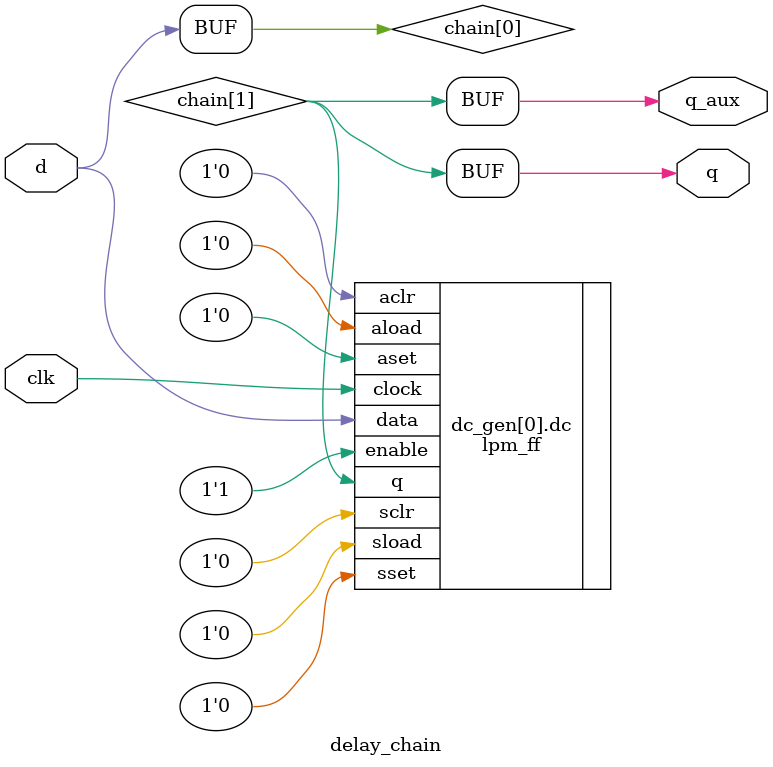
<source format=sv>
/* параметризуемая задержка */
// width -- ширина, бит
// depth -- количество тактов
// depth_aux -- если нужно прочитать еще 1 выход из середины цепочки

module delay_chain #(
  parameter int width = 1,
  parameter int depth = 1,
  parameter int depth_aux = 1
)(
  input  wire             clk,
  input  wire [width-1:0] d,
  output wire [width-1:0] q,
  output wire [width-1:0] q_aux
);

wire [width-1:0] chain [depth+1];
assign chain[0] = d, q = chain[depth], q_aux = chain[depth_aux];

generate genvar i;
  for( i = 0; i < depth; i = i + 1 )
  begin : dc_gen
    lpm_ff #(.lpm_width( width )) dc(
      .clock(clk),
      .data(chain[i]),
      .q(chain[i+1]),
      .enable(1'd1),
      .aclr(1'b0),
      .aset(1'b0),
      .aload(1'b0),
      .sclr(1'b0),
      .sset(1'b0),
      .sload(1'b0));
  end
endgenerate

endmodule

</source>
